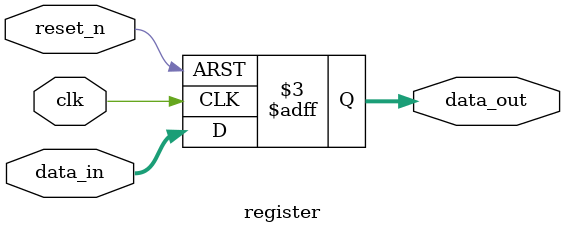
<source format=sv>
module register #(parameter WIDTH = 8) (
    input clk,
    input reset_n,
    input [WIDTH-1:0] data_in,
    output reg [WIDTH-1:0] data_out
);

    always_ff @(posedge clk or negedge reset_n) begin
        if (~reset_n) begin
            data_out <= 0;
        end else begin
            data_out <= data_in;
        end
    end

endmodule

</source>
